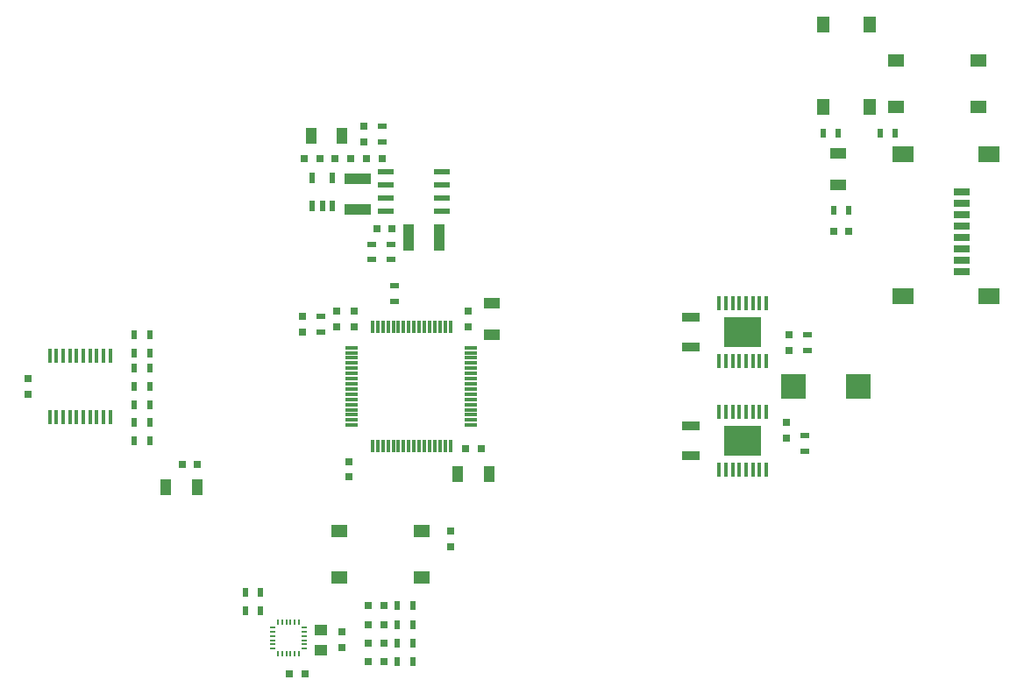
<source format=gtp>
G04 #@! TF.FileFunction,Paste,Top*
%FSLAX46Y46*%
G04 Gerber Fmt 4.6, Leading zero omitted, Abs format (unit mm)*
G04 Created by KiCad (PCBNEW 4.0.2-stable) date 4/6/2016 7:40:00 AM*
%MOMM*%
G01*
G04 APERTURE LIST*
%ADD10C,0.100000*%
%ADD11R,1.700000X0.900000*%
%ADD12R,1.600000X1.000000*%
%ADD13R,1.000000X1.600000*%
%ADD14R,0.500000X0.900000*%
%ADD15R,0.900000X0.500000*%
%ADD16R,0.797560X0.797560*%
%ADD17R,0.600000X0.230000*%
%ADD18R,0.230000X0.600000*%
%ADD19R,0.300000X1.200000*%
%ADD20R,1.200000X0.300000*%
%ADD21R,0.450000X1.450000*%
%ADD22R,1.550000X1.300000*%
%ADD23R,1.300000X1.550000*%
%ADD24R,2.370000X2.430000*%
%ADD25R,0.800000X0.750000*%
%ADD26R,0.750000X0.800000*%
%ADD27R,0.355600X1.473200*%
%ADD28R,3.581400X2.946400*%
%ADD29R,1.250000X1.000000*%
%ADD30R,1.000000X2.500000*%
%ADD31R,2.500000X1.000000*%
%ADD32R,0.550000X1.000000*%
%ADD33R,1.500000X0.550000*%
%ADD34R,1.500000X0.800000*%
%ADD35R,2.050000X1.500000*%
G04 APERTURE END LIST*
D10*
G36*
X210298200Y-86121600D02*
X211898400Y-86121600D01*
X211898400Y-84851600D01*
X210298200Y-84851600D01*
X210298200Y-86121600D01*
G37*
G36*
X212101600Y-86121600D02*
X213701800Y-86121600D01*
X213701800Y-84851600D01*
X212101600Y-84851600D01*
X212101600Y-86121600D01*
G37*
G36*
X210298200Y-84648400D02*
X211898400Y-84648400D01*
X211898400Y-83378400D01*
X210298200Y-83378400D01*
X210298200Y-84648400D01*
G37*
G36*
X212101600Y-84648400D02*
X213701800Y-84648400D01*
X213701800Y-83378400D01*
X212101600Y-83378400D01*
X212101600Y-84648400D01*
G37*
G36*
X210298200Y-96621600D02*
X211898400Y-96621600D01*
X211898400Y-95351600D01*
X210298200Y-95351600D01*
X210298200Y-96621600D01*
G37*
G36*
X212101600Y-96621600D02*
X213701800Y-96621600D01*
X213701800Y-95351600D01*
X212101600Y-95351600D01*
X212101600Y-96621600D01*
G37*
G36*
X210298200Y-95148400D02*
X211898400Y-95148400D01*
X211898400Y-93878400D01*
X210298200Y-93878400D01*
X210298200Y-95148400D01*
G37*
G36*
X212101600Y-95148400D02*
X213701800Y-95148400D01*
X213701800Y-93878400D01*
X212101600Y-93878400D01*
X212101600Y-95148400D01*
G37*
D11*
X207000000Y-83300000D03*
X207000000Y-86200000D03*
X207000000Y-96700000D03*
X207000000Y-93800000D03*
D12*
X187750000Y-82000000D03*
X187750000Y-85000000D03*
D13*
X184500000Y-98500000D03*
X187500000Y-98500000D03*
D12*
X221250000Y-70525000D03*
X221250000Y-67525000D03*
D13*
X159300000Y-99700000D03*
X156300000Y-99700000D03*
X170300000Y-65800000D03*
X173300000Y-65800000D03*
D14*
X180150000Y-111200000D03*
X178650000Y-111200000D03*
X180150000Y-113000000D03*
X178650000Y-113000000D03*
X180150000Y-114800000D03*
X178650000Y-114800000D03*
D15*
X176200000Y-77750000D03*
X176200000Y-76250000D03*
X178000000Y-76250000D03*
X178000000Y-77750000D03*
D14*
X222250000Y-73000000D03*
X220750000Y-73000000D03*
X154750000Y-88250000D03*
X153250000Y-88250000D03*
X154750000Y-86750000D03*
X153250000Y-86750000D03*
X154750000Y-93500000D03*
X153250000Y-93500000D03*
X154750000Y-95250000D03*
X153250000Y-95250000D03*
X154750000Y-85000000D03*
X153250000Y-85000000D03*
X154750000Y-90000000D03*
X153250000Y-90000000D03*
X154750000Y-91750000D03*
X153250000Y-91750000D03*
D15*
X177200000Y-66350000D03*
X177200000Y-64850000D03*
D14*
X225250000Y-65500000D03*
X226750000Y-65500000D03*
X219750000Y-65500000D03*
X221250000Y-65500000D03*
D15*
X218250000Y-86500000D03*
X218250000Y-85000000D03*
X218000000Y-96250000D03*
X218000000Y-94750000D03*
D14*
X163950000Y-111650000D03*
X165450000Y-111650000D03*
X163950000Y-109900000D03*
X165450000Y-109900000D03*
D15*
X178400000Y-80250000D03*
X178400000Y-81750000D03*
D14*
X180150000Y-116600000D03*
X178650000Y-116600000D03*
D15*
X171250000Y-83250000D03*
X171250000Y-84750000D03*
D16*
X177349300Y-116600000D03*
X175850700Y-116600000D03*
X177349300Y-113000000D03*
X175850700Y-113000000D03*
X177349300Y-114800000D03*
X175850700Y-114800000D03*
X222249300Y-75000000D03*
X220750700Y-75000000D03*
X175400000Y-64850700D03*
X175400000Y-66349300D03*
X177349300Y-111200000D03*
X175850700Y-111200000D03*
D17*
X166630000Y-113320000D03*
X166630000Y-113720000D03*
X166630000Y-114120000D03*
X166630000Y-114520000D03*
X166630000Y-114920000D03*
X166630000Y-115320000D03*
D18*
X167130000Y-115820000D03*
X167530000Y-115820000D03*
X167930000Y-115820000D03*
X168330000Y-115820000D03*
X168730000Y-115820000D03*
X169130000Y-115820000D03*
D17*
X169630000Y-115320000D03*
X169630000Y-114920000D03*
X169630000Y-114520000D03*
X169630000Y-114120000D03*
X169630000Y-113720000D03*
X169630000Y-113320000D03*
D18*
X169130000Y-112820000D03*
X168730000Y-112820000D03*
X168330000Y-112820000D03*
X167930000Y-112820000D03*
X167530000Y-112820000D03*
X167130000Y-112820000D03*
D19*
X178249937Y-84249937D03*
D20*
X174249937Y-89249937D03*
X174249937Y-92749938D03*
X174249937Y-93249938D03*
X174249937Y-93749938D03*
D19*
X176249937Y-95749938D03*
X177749937Y-95749938D03*
X178249937Y-95749938D03*
X178749937Y-95749938D03*
X179249937Y-95749938D03*
D20*
X185749938Y-89749937D03*
X185749938Y-89249937D03*
X185749938Y-88749937D03*
X185749938Y-88249937D03*
X185749938Y-87749937D03*
X185749938Y-87249937D03*
D19*
X183749938Y-84249937D03*
X183249938Y-84249937D03*
X180749938Y-95749938D03*
X181249938Y-95749938D03*
X181749938Y-95749938D03*
X180749938Y-84249937D03*
X180249938Y-84249937D03*
X179749937Y-84249937D03*
X179249937Y-84249937D03*
X178749937Y-84249937D03*
X177749937Y-84249937D03*
X177249937Y-84249937D03*
X182249938Y-95749938D03*
X182749938Y-95749938D03*
D20*
X185749938Y-93749938D03*
X185749938Y-93249938D03*
X185749938Y-92749938D03*
X185749938Y-92249938D03*
X174249937Y-89749937D03*
X174249937Y-90249938D03*
X174249937Y-90749938D03*
X174249937Y-91249938D03*
D19*
X179749937Y-95749938D03*
X180249938Y-95749938D03*
D20*
X185749938Y-91749938D03*
X185749938Y-91249938D03*
X185749938Y-90749938D03*
X185749938Y-90249938D03*
D19*
X182749938Y-84249937D03*
X182249938Y-84249937D03*
X181749938Y-84249937D03*
D20*
X174249937Y-86749937D03*
X174249937Y-87249937D03*
X174249937Y-87749937D03*
D19*
X181249938Y-84249937D03*
D20*
X174249937Y-88249937D03*
X174249937Y-88749937D03*
X174249937Y-86249937D03*
D19*
X183249938Y-95749938D03*
D20*
X185749938Y-86749937D03*
X174249937Y-92249938D03*
D19*
X177249937Y-95749938D03*
X183749938Y-95749938D03*
D20*
X185749938Y-86249937D03*
D19*
X176249937Y-84249937D03*
D20*
X174249937Y-91749938D03*
D19*
X176749937Y-95749938D03*
X176749937Y-84249937D03*
D21*
X145075000Y-92950000D03*
X145725000Y-92950000D03*
X146375000Y-92950000D03*
X147025000Y-92950000D03*
X147675000Y-92950000D03*
X148325000Y-92950000D03*
X148975000Y-92950000D03*
X149625000Y-92950000D03*
X150275000Y-92950000D03*
X150925000Y-92950000D03*
X150925000Y-87050000D03*
X150275000Y-87050000D03*
X149625000Y-87050000D03*
X148975000Y-87050000D03*
X148325000Y-87050000D03*
X147675000Y-87050000D03*
X147025000Y-87050000D03*
X146375000Y-87050000D03*
X145725000Y-87050000D03*
X145075000Y-87050000D03*
D22*
X173025000Y-108500000D03*
X173025000Y-104000000D03*
X180975000Y-104000000D03*
X180975000Y-108500000D03*
X234725000Y-58500000D03*
X234725000Y-63000000D03*
X226775000Y-63000000D03*
X226775000Y-58500000D03*
D23*
X224250000Y-62975000D03*
X219750000Y-62975000D03*
X219750000Y-55025000D03*
X224250000Y-55025000D03*
D24*
X223120000Y-90000000D03*
X216880000Y-90000000D03*
D25*
X172650000Y-68000000D03*
X174150000Y-68000000D03*
X171150000Y-68000000D03*
X169650000Y-68000000D03*
X177150000Y-68000000D03*
X175650000Y-68000000D03*
X159350000Y-97500000D03*
X157850000Y-97500000D03*
X168250000Y-117750000D03*
X169750000Y-117750000D03*
D26*
X173300000Y-115250000D03*
X173300000Y-113750000D03*
X216250000Y-93500000D03*
X216250000Y-95000000D03*
X216500000Y-86500000D03*
X216500000Y-85000000D03*
X143000000Y-90750000D03*
X143000000Y-89250000D03*
X183750000Y-104000000D03*
X183750000Y-105500000D03*
X169500000Y-84750000D03*
X169500000Y-83250000D03*
X174500000Y-82750000D03*
X174500000Y-84250000D03*
X172750000Y-84250000D03*
X172750000Y-82750000D03*
X174000000Y-97250000D03*
X174000000Y-98750000D03*
D25*
X186750000Y-96000000D03*
X185250000Y-96000000D03*
D26*
X185500000Y-82750000D03*
X185500000Y-84250000D03*
D25*
X178150000Y-74800000D03*
X176650000Y-74800000D03*
D27*
X209724160Y-87569400D03*
X210374400Y-87569400D03*
X211024641Y-87569400D03*
X211674881Y-87569400D03*
X212325119Y-87569400D03*
X212975359Y-87569400D03*
X213625600Y-87569400D03*
X214275840Y-87569400D03*
X214275840Y-81930600D03*
X213625600Y-81930600D03*
X212975359Y-81930600D03*
X212325119Y-81930600D03*
X211674881Y-81930600D03*
X211024641Y-81930600D03*
X210374400Y-81930600D03*
X209724160Y-81930600D03*
D28*
X212000000Y-84750000D03*
D27*
X209724160Y-98069400D03*
X210374400Y-98069400D03*
X211024641Y-98069400D03*
X211674881Y-98069400D03*
X212325119Y-98069400D03*
X212975359Y-98069400D03*
X213625600Y-98069400D03*
X214275840Y-98069400D03*
X214275840Y-92430600D03*
X213625600Y-92430600D03*
X212975359Y-92430600D03*
X212325119Y-92430600D03*
X211674881Y-92430600D03*
X211024641Y-92430600D03*
X210374400Y-92430600D03*
X209724160Y-92430600D03*
D28*
X212000000Y-95250000D03*
D29*
X171300000Y-115500000D03*
X171300000Y-113500000D03*
D30*
X179700000Y-75600000D03*
X182700000Y-75600000D03*
D31*
X174800000Y-69900000D03*
X174800000Y-72900000D03*
D32*
X172349938Y-72550063D03*
X171399937Y-72550063D03*
X170449937Y-72550063D03*
X172349938Y-69850062D03*
X170449937Y-69850062D03*
D33*
X182900063Y-71835063D03*
X177500062Y-71835063D03*
X182900063Y-73105063D03*
X182900063Y-70565062D03*
X182900063Y-69295062D03*
X177500062Y-70565062D03*
X177500062Y-69295062D03*
X177500062Y-73105063D03*
D34*
X233175000Y-71250000D03*
X233175000Y-72350000D03*
X233175000Y-73450000D03*
X233175000Y-74550000D03*
X233175000Y-75650000D03*
X233175000Y-76750000D03*
X233175000Y-77850000D03*
X233175000Y-78950000D03*
D35*
X235775000Y-67575000D03*
X227475000Y-67575000D03*
X227475000Y-81325000D03*
X235775000Y-81325000D03*
M02*

</source>
